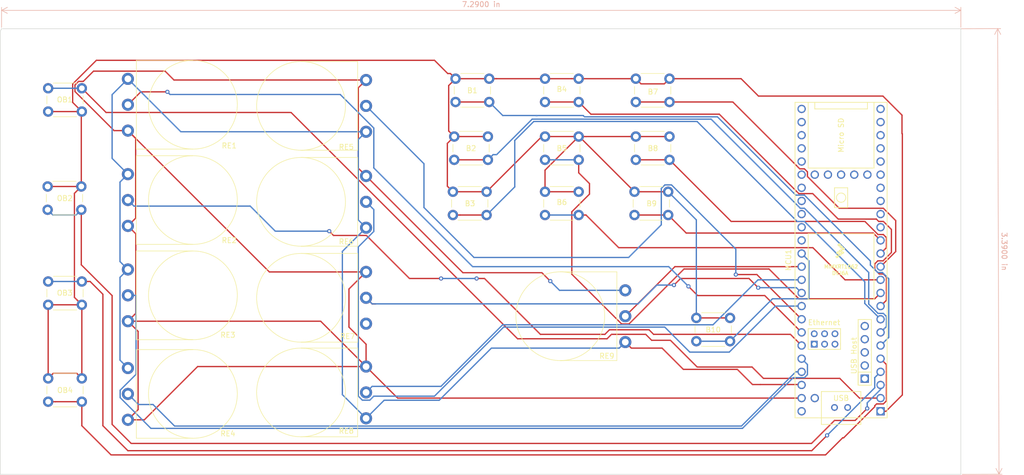
<source format=kicad_pcb>
(kicad_pcb (version 20171130) (host pcbnew "(5.1.4-0-10_14)")
  (title_block (title "Schwurbler - MVP") (date 2020-08-23) (rev 1.0) (company "Happy Shooting Community"))
  (layers (0 F.Cu signal) (31 B.Cu signal) (34 B.Paste user) (35 F.Paste user) (36 B.SilkS user) (37 F.SilkS user) (38 B.Mask user) (39 F.Mask user) (44 Edge.Cuts user))
  (net 0 "")
  (net 1 GND)
  (net 2 "Net-(B1-Pad2)")
  (net 3 "Net-(B2-Pad2)")
  (net 4 "Net-(B3-Pad2)")
  (net 5 "Net-(B4-Pad2)")
  (net 6 "Net-(B5-Pad2)")
  (net 7 "Net-(B6-Pad2)")
  (net 8 "Net-(B7-Pad2)")
  (net 9 "Net-(B8-Pad2)")
  (net 10 "Net-(B9-Pad2)")
  (net 11 "Net-(B10-Pad2)")
  (net 12 "Net-(MCU1-Pad5)")
  (net 13 "Net-(MCU1-Pad4)")
  (net 14 "Net-(MCU1-Pad3)")
  (net 15 "Net-(MCU1-Pad2)")
  (module the_mvp:themvplayout (layer F.Cu) (at 140.462 62.23)
    (fp_text reference G*** hide)
    (fp_text value LOGO hide)
  )
  (module Teensy:Teensy41 (layer F.Cu) (at 210.058 63.754 90)
    (fp_text reference MCU1 (at 0 -10.16 90) (layer F.SilkS))
    (fp_text value Teensy4.1)
    (fp_text user "USB Host" (at -18.4658 2.4892 90) (layer F.SilkS))
    (fp_text user Ethernet (at -12.065 -3.2766) (layer F.SilkS))
    (fp_text user USB (at -26.67 0 180) (layer F.SilkS))
    (fp_text user "Micro SD" (at 24.13 0 90) (layer F.SilkS))
    (fp_text user MIMXRT1062 (at -1.27 0 180) (layer F.SilkS) (effects (font (size 0.7 0.7))))
    (fp_text user DVJ6A (at -2.54 -0.18 180) (layer F.SilkS) (effects (font (size 0.7 0.7))))
    (pad 67 thru_hole circle (at -28.48 -1.27 90) (size 1.3 1.3) (drill 0.8) (layers *.Cu *.Mask))
    (pad 66 thru_hole circle (at -28.48 1.27 90) (size 1.3 1.3) (drill 0.8) (layers *.Cu *.Mask))
    (pad 54 thru_hole circle (at 16.51 -5.08 90) (size 1.6 1.6) (drill 1.1) (layers *.Cu *.Mask))
    (pad 53 thru_hole circle (at 16.51 -2.54 90) (size 1.6 1.6) (drill 1.1) (layers *.Cu *.Mask))
    (pad 52 thru_hole circle (at 16.51 0 90) (size 1.6 1.6) (drill 1.1) (layers *.Cu *.Mask))
    (pad 51 thru_hole circle (at 16.51 2.54 90) (size 1.6 1.6) (drill 1.1) (layers *.Cu *.Mask))
    (pad 50 thru_hole circle (at 16.51 5.08 90) (size 1.6 1.6) (drill 1.1) (layers *.Cu *.Mask))
    (pad 62 thru_hole circle (at -16.24 -1.1816 90) (size 1.3 1.3) (drill 0.8) (layers *.Cu *.Mask))
    (pad 63 thru_hole circle (at -14.24 -1.1816 90) (size 1.3 1.3) (drill 0.8) (layers *.Cu *.Mask))
    (pad 64 thru_hole circle (at -14.24 -3.1816 90) (size 1.3 1.3) (drill 0.8) (layers *.Cu *.Mask))
    (pad 61 thru_hole circle (at -16.24 -3.1816 90) (size 1.3 1.3) (drill 0.8) (layers *.Cu *.Mask))
    (pad 65 thru_hole circle (at -14.24 -5.1816 90) (size 1.3 1.3) (drill 0.8) (layers *.Cu *.Mask))
    (pad 60 thru_hole rect (at -16.24 -5.1816 90) (size 1.3 1.3) (drill 0.8) (layers *.Cu *.Mask))
    (pad 17 thru_hole circle (at 11.43 7.62 90) (size 1.6 1.6) (drill 1.1) (layers *.Cu *.Mask))
    (pad 18 thru_hole circle (at 13.97 7.62 90) (size 1.6 1.6) (drill 1.1) (layers *.Cu *.Mask))
    (pad 19 thru_hole circle (at 16.51 7.62 90) (size 1.6 1.6) (drill 1.1) (layers *.Cu *.Mask))
    (pad 20 thru_hole circle (at 19.05 7.62 90) (size 1.6 1.6) (drill 1.1) (layers *.Cu *.Mask))
    (pad 16 thru_hole circle (at 8.89 7.62 90) (size 1.6 1.6) (drill 1.1) (layers *.Cu *.Mask))
    (pad 15 thru_hole circle (at 6.35 7.62 90) (size 1.6 1.6) (drill 1.1) (layers *.Cu *.Mask))
    (pad 14 thru_hole circle (at 3.81 7.62 90) (size 1.6 1.6) (drill 1.1) (layers *.Cu *.Mask) (net 10 "Net-(B9-Pad2)"))
    (pad 21 thru_hole circle (at 21.59 7.62 90) (size 1.6 1.6) (drill 1.1) (layers *.Cu *.Mask))
    (pad 22 thru_hole circle (at 24.13 7.62 90) (size 1.6 1.6) (drill 1.1) (layers *.Cu *.Mask))
    (pad 23 thru_hole circle (at 26.67 7.62 90) (size 1.6 1.6) (drill 1.1) (layers *.Cu *.Mask))
    (pad 24 thru_hole circle (at 29.21 7.62 90) (size 1.6 1.6) (drill 1.1) (layers *.Cu *.Mask))
    (pad 25 thru_hole circle (at 29.21 -7.62 90) (size 1.6 1.6) (drill 1.1) (layers *.Cu *.Mask))
    (pad 26 thru_hole circle (at 26.67 -7.62 90) (size 1.6 1.6) (drill 1.1) (layers *.Cu *.Mask))
    (pad 27 thru_hole circle (at 24.13 -7.62 90) (size 1.6 1.6) (drill 1.1) (layers *.Cu *.Mask))
    (pad 28 thru_hole circle (at 21.59 -7.62 90) (size 1.6 1.6) (drill 1.1) (layers *.Cu *.Mask))
    (pad 29 thru_hole circle (at 19.05 -7.62 90) (size 1.6 1.6) (drill 1.1) (layers *.Cu *.Mask))
    (pad 30 thru_hole circle (at 16.51 -7.62 90) (size 1.6 1.6) (drill 1.1) (layers *.Cu *.Mask))
    (pad 31 thru_hole circle (at 13.97 -7.62 90) (size 1.6 1.6) (drill 1.1) (layers *.Cu *.Mask))
    (pad 32 thru_hole circle (at 11.43 -7.62 90) (size 1.6 1.6) (drill 1.1) (layers *.Cu *.Mask))
    (pad 33 thru_hole circle (at 8.89 -7.62 90) (size 1.6 1.6) (drill 1.1) (layers *.Cu *.Mask))
    (pad 34 thru_hole circle (at 6.35 -7.62 90) (size 1.6 1.6) (drill 1.1) (layers *.Cu *.Mask))
    (pad 13 thru_hole circle (at 1.27 7.62 90) (size 1.6 1.6) (drill 1.1) (layers *.Cu *.Mask) (net 9 "Net-(B8-Pad2)"))
    (pad 12 thru_hole circle (at -1.27 7.62 90) (size 1.6 1.6) (drill 1.1) (layers *.Cu *.Mask) (net 8 "Net-(B7-Pad2)"))
    (pad 11 thru_hole circle (at -3.81 7.62 90) (size 1.6 1.6) (drill 1.1) (layers *.Cu *.Mask) (net 7 "Net-(B6-Pad2)"))
    (pad 10 thru_hole circle (at -6.35 7.62 90) (size 1.6 1.6) (drill 1.1) (layers *.Cu *.Mask) (net 6 "Net-(B5-Pad2)"))
    (pad 9 thru_hole circle (at -8.89 7.62 90) (size 1.6 1.6) (drill 1.1) (layers *.Cu *.Mask) (net 5 "Net-(B4-Pad2)"))
    (pad 8 thru_hole circle (at -11.43 7.62 90) (size 1.6 1.6) (drill 1.1) (layers *.Cu *.Mask) (net 4 "Net-(B3-Pad2)"))
    (pad 7 thru_hole circle (at -13.97 7.62 90) (size 1.6 1.6) (drill 1.1) (layers *.Cu *.Mask) (net 3 "Net-(B2-Pad2)"))
    (pad 6 thru_hole circle (at -16.51 7.62 90) (size 1.6 1.6) (drill 1.1) (layers *.Cu *.Mask) (net 2 "Net-(B1-Pad2)"))
    (pad 5 thru_hole circle (at -19.05 7.62 90) (size 1.6 1.6) (drill 1.1) (layers *.Cu *.Mask) (net 12 "Net-(MCU1-Pad5)"))
    (pad P2 thru_hole circle (at -21.59 7.62 90) (size 1.6 1.6) (drill 1.1) (layers *.Cu *.Mask))
    (pad P1 thru_hole circle (at -24.13 7.62 90) (size 1.6 1.6) (drill 1.1) (layers *.Cu *.Mask))
    (pad 2 thru_hole circle (at -26.67 7.62 90) (size 1.6 1.6) (drill 1.1) (layers *.Cu *.Mask) (net 15 "Net-(MCU1-Pad2)"))
    (pad 1 thru_hole rect (at -29.21 7.62 90) (size 1.6 1.6) (drill 1.1) (layers *.Cu *.Mask) (net 1 GND))
    (pad 35 thru_hole circle (at 3.81 -7.62 90) (size 1.6 1.6) (drill 1.1) (layers *.Cu *.Mask))
    (pad 36 thru_hole circle (at 1.27 -7.62 90) (size 1.6 1.6) (drill 1.1) (layers *.Cu *.Mask) (net 11 "Net-(B10-Pad2)"))
    (pad 37 thru_hole circle (at -1.27 -7.62 90) (size 1.6 1.6) (drill 1.1) (layers *.Cu *.Mask))
    (pad 38 thru_hole circle (at -3.81 -7.62 90) (size 1.6 1.6) (drill 1.1) (layers *.Cu *.Mask))
    (pad 39 thru_hole circle (at -6.35 -7.62 90) (size 1.6 1.6) (drill 1.1) (layers *.Cu *.Mask))
    (pad 40 thru_hole circle (at -8.89 -7.62 90) (size 1.6 1.6) (drill 1.1) (layers *.Cu *.Mask))
    (pad 41 thru_hole circle (at -11.43 -7.62 90) (size 1.6 1.6) (drill 1.1) (layers *.Cu *.Mask))
    (pad 42 thru_hole circle (at -13.97 -7.62 90) (size 1.6 1.6) (drill 1.1) (layers *.Cu *.Mask))
    (pad 43 thru_hole circle (at -16.51 -7.62 90) (size 1.6 1.6) (drill 1.1) (layers *.Cu *.Mask))
    (pad 44 thru_hole circle (at -19.05 -7.62 90) (size 1.6 1.6) (drill 1.1) (layers *.Cu *.Mask))
    (pad 45 thru_hole circle (at -21.59 -7.62 90) (size 1.6 1.6) (drill 1.1) (layers *.Cu *.Mask))
    (pad 46 thru_hole circle (at -24.13 -7.62 90) (size 1.6 1.6) (drill 1.1) (layers *.Cu *.Mask))
    (pad 47 thru_hole circle (at -26.67 -7.62 90) (size 1.6 1.6) (drill 1.1) (layers *.Cu *.Mask))
    (pad 48 thru_hole circle (at -29.21 -7.62 90) (size 1.6 1.6) (drill 1.1) (layers *.Cu *.Mask))
    (pad 55 thru_hole rect (at -22.9108 4.5692 90) (size 1.6 1.6) (drill 1.1) (layers *.Cu *.Mask))
    (pad 56 thru_hole circle (at -20.3708 4.5692 90) (size 1.6 1.6) (drill 1.1) (layers *.Cu *.Mask))
    (pad 57 thru_hole circle (at -17.8308 4.5692 90) (size 1.6 1.6) (drill 1.1) (layers *.Cu *.Mask))
    (pad 58 thru_hole circle (at -15.2908 4.5692 90) (size 1.6 1.6) (drill 1.1) (layers *.Cu *.Mask))
    (pad 59 thru_hole circle (at -12.7508 4.5692 90) (size 1.6 1.6) (drill 1.1) (layers *.Cu *.Mask))
    (pad 49 thru_hole circle (at -26.67 -5.08 90) (size 1.6 1.6) (drill 1.1) (layers *.Cu *.Mask))
  )
  (module Button_Switch_THT:SW_PUSH_6mm_H5mm (layer F.Cu) (at 152.908 50.546)
    (fp_text reference B6 (at 3.25 2.032) (layer F.SilkS))
    (fp_text value "monumentary switch Buttons" hide)
    (pad 1 thru_hole circle (at 6.5 0 90) (size 2 2) (drill 1.1) (layers *.Cu *.Mask) (net 1 GND))
    (pad 2 thru_hole circle (at 6.5 4.5 90) (size 2 2) (drill 1.1) (layers *.Cu *.Mask) (net 7 "Net-(B6-Pad2)"))
    (pad 1 thru_hole circle (at 0 0 90) (size 2 2) (drill 1.1) (layers *.Cu *.Mask) (net 1 GND))
    (pad 2 thru_hole circle (at 0 4.5 90) (size 2 2) (drill 1.1) (layers *.Cu *.Mask) (net 7 "Net-(B6-Pad2)"))
  )
  (module Button_Switch_THT:SW_PUSH_6mm_H5mm (layer F.Cu) (at 152.908 39.878)
    (fp_text reference B5 (at 3.25 2.286) (layer F.SilkS))
    (fp_text value "monumentary switch Buttons" hide)
    (pad 1 thru_hole circle (at 6.5 0 90) (size 2 2) (drill 1.1) (layers *.Cu *.Mask) (net 1 GND))
    (pad 2 thru_hole circle (at 6.5 4.5 90) (size 2 2) (drill 1.1) (layers *.Cu *.Mask) (net 6 "Net-(B5-Pad2)"))
    (pad 1 thru_hole circle (at 0 0 90) (size 2 2) (drill 1.1) (layers *.Cu *.Mask) (net 1 GND))
    (pad 2 thru_hole circle (at 0 4.5 90) (size 2 2) (drill 1.1) (layers *.Cu *.Mask) (net 6 "Net-(B5-Pad2)"))
  )
  (module Button_Switch_THT:SW_PUSH_6mm_H5mm (layer F.Cu) (at 135.382 39.878)
    (fp_text reference B2 (at 3.25 2.286) (layer F.SilkS))
    (fp_text value "monumentary switch Buttons" hide)
    (pad 1 thru_hole circle (at 6.5 0 90) (size 2 2) (drill 1.1) (layers *.Cu *.Mask) (net 1 GND))
    (pad 2 thru_hole circle (at 6.5 4.5 90) (size 2 2) (drill 1.1) (layers *.Cu *.Mask) (net 3 "Net-(B2-Pad2)"))
    (pad 1 thru_hole circle (at 0 0 90) (size 2 2) (drill 1.1) (layers *.Cu *.Mask) (net 1 GND))
    (pad 2 thru_hole circle (at 0 4.5 90) (size 2 2) (drill 1.1) (layers *.Cu *.Mask) (net 3 "Net-(B2-Pad2)"))
  )
  (module Potentiometer_THT:Potentiometer_Omeg_PC16BU_Vertical (layer F.Cu) (at 168.402 69.596 180)
    (fp_text reference RE9 (at 3.556 -12.7) (layer F.SilkS))
    (fp_text value 10k)
    (pad 1 thru_hole circle (at 0 0 180) (size 2.34 2.34) (drill 1.3) (layers *.Cu *.Mask))
    (pad 2 thru_hole circle (at 0 -5 180) (size 2.34 2.34) (drill 1.3) (layers *.Cu *.Mask))
    (pad 3 thru_hole circle (at 0 -10 180) (size 2.34 2.34) (drill 1.3) (layers *.Cu *.Mask))
  )
  (module Potentiometer_THT:Potentiometer_Omeg_PC16BU_Vertical (layer F.Cu) (at 118.364 84.328 180)
    (fp_text reference RE8 (at 3.81 -12.446) (layer F.SilkS))
    (fp_text value 10k)
    (pad 1 thru_hole circle (at 0 0 180) (size 2.34 2.34) (drill 1.3) (layers *.Cu *.Mask))
    (pad 2 thru_hole circle (at 0 -5 180) (size 2.34 2.34) (drill 1.3) (layers *.Cu *.Mask))
    (pad 3 thru_hole circle (at 0 -10 180) (size 2.34 2.34) (drill 1.3) (layers *.Cu *.Mask))
  )
  (module Potentiometer_THT:Potentiometer_Omeg_PC16BU_Vertical (layer F.Cu) (at 118.364 66.04 180)
    (fp_text reference RE7 (at 3.556 -12.446) (layer F.SilkS))
    (fp_text value 10k)
    (pad 1 thru_hole circle (at 0 0 180) (size 2.34 2.34) (drill 1.3) (layers *.Cu *.Mask))
    (pad 2 thru_hole circle (at 0 -5 180) (size 2.34 2.34) (drill 1.3) (layers *.Cu *.Mask))
    (pad 3 thru_hole circle (at 0 -10 180) (size 2.34 2.34) (drill 1.3) (layers *.Cu *.Mask))
  )
  (module Potentiometer_THT:Potentiometer_Omeg_PC16BU_Vertical (layer F.Cu) (at 118.364 47.498 180)
    (fp_text reference RE6 (at 3.81 -12.7) (layer F.SilkS))
    (fp_text value 10k)
    (pad 1 thru_hole circle (at 0 0 180) (size 2.34 2.34) (drill 1.3) (layers *.Cu *.Mask))
    (pad 2 thru_hole circle (at 0 -5 180) (size 2.34 2.34) (drill 1.3) (layers *.Cu *.Mask))
    (pad 3 thru_hole circle (at 0 -10 180) (size 2.34 2.34) (drill 1.3) (layers *.Cu *.Mask))
  )
  (module Potentiometer_THT:Potentiometer_Omeg_PC16BU_Vertical (layer F.Cu) (at 118.364 28.956 180)
    (fp_text reference RE5 (at 3.81 -12.954) (layer F.SilkS))
    (fp_text value 10k)
    (pad 1 thru_hole circle (at 0 0 180) (size 2.34 2.34) (drill 1.3) (layers *.Cu *.Mask))
    (pad 2 thru_hole circle (at 0 -5 180) (size 2.34 2.34) (drill 1.3) (layers *.Cu *.Mask))
    (pad 3 thru_hole circle (at 0 -10 180) (size 2.34 2.34) (drill 1.3) (layers *.Cu *.Mask))
  )
  (module Potentiometer_THT:Potentiometer_Omeg_PC16BU_Vertical (layer F.Cu) (at 72.39 94.615)
    (fp_text reference RE4 (at 19.304 2.667) (layer F.SilkS))
    (fp_text value 10k)
    (pad 1 thru_hole circle (at 0 0) (size 2.34 2.34) (drill 1.3) (layers *.Cu *.Mask))
    (pad 2 thru_hole circle (at 0 -5) (size 2.34 2.34) (drill 1.3) (layers *.Cu *.Mask))
    (pad 3 thru_hole circle (at 0 -10) (size 2.34 2.34) (drill 1.3) (layers *.Cu *.Mask))
  )
  (module Potentiometer_THT:Potentiometer_Omeg_PC16BU_Vertical (layer F.Cu) (at 72.39 75.565)
    (fp_text reference RE3 (at 19.304 2.667) (layer F.SilkS))
    (fp_text value 10k)
    (pad 1 thru_hole circle (at 0 0) (size 2.34 2.34) (drill 1.3) (layers *.Cu *.Mask))
    (pad 2 thru_hole circle (at 0 -5) (size 2.34 2.34) (drill 1.3) (layers *.Cu *.Mask))
    (pad 3 thru_hole circle (at 0 -10) (size 2.34 2.34) (drill 1.3) (layers *.Cu *.Mask))
  )
  (module Potentiometer_THT:Potentiometer_Omeg_PC16BU_Vertical (layer F.Cu) (at 72.39 57.15)
    (fp_text reference RE2 (at 19.558 2.794) (layer F.SilkS))
    (fp_text value 10k)
    (pad 1 thru_hole circle (at 0 0) (size 2.34 2.34) (drill 1.3) (layers *.Cu *.Mask))
    (pad 2 thru_hole circle (at 0 -5) (size 2.34 2.34) (drill 1.3) (layers *.Cu *.Mask))
    (pad 3 thru_hole circle (at 0 -10) (size 2.34 2.34) (drill 1.3) (layers *.Cu *.Mask))
  )
  (module Potentiometer_THT:Potentiometer_Omeg_PC16BU_Vertical (layer F.Cu) (at 72.39 38.735)
    (fp_text reference RE1 (at 19.558 2.921) (layer F.SilkS))
    (fp_text value 10k)
    (pad 1 thru_hole circle (at 0 0) (size 2.34 2.34) (drill 1.3) (layers *.Cu *.Mask))
    (pad 2 thru_hole circle (at 0 -5) (size 2.34 2.34) (drill 1.3) (layers *.Cu *.Mask))
    (pad 3 thru_hole circle (at 0 -10) (size 2.34 2.34) (drill 1.3) (layers *.Cu *.Mask))
  )
  (module Button_Switch_THT:SW_PUSH_6mm_H5mm (layer F.Cu) (at 57 86.614)
    (fp_text reference OB4 (at 3.25 2.286) (layer F.SilkS))
    (fp_text value "monumentary switch Button" hide)
    (pad 1 thru_hole circle (at 6.5 0 90) (size 2 2) (drill 1.1) (layers *.Cu *.Mask) (net 1 GND))
    (pad 2 thru_hole circle (at 6.5 4.5 90) (size 2 2) (drill 1.1) (layers *.Cu *.Mask) (net 12 "Net-(MCU1-Pad5)"))
    (pad 1 thru_hole circle (at 0 0 90) (size 2 2) (drill 1.1) (layers *.Cu *.Mask) (net 1 GND))
    (pad 2 thru_hole circle (at 0 4.5 90) (size 2 2) (drill 1.1) (layers *.Cu *.Mask) (net 12 "Net-(MCU1-Pad5)"))
  )
  (module Button_Switch_THT:SW_PUSH_6mm_H5mm (layer F.Cu) (at 63.5 72.39 180)
    (fp_text reference OB3 (at 3.302 2.286) (layer F.SilkS))
    (fp_text value "monumentary switch Button" hide)
    (pad 1 thru_hole circle (at 6.5 0 270) (size 2 2) (drill 1.1) (layers *.Cu *.Mask) (net 1 GND))
    (pad 2 thru_hole circle (at 6.5 4.5 270) (size 2 2) (drill 1.1) (layers *.Cu *.Mask) (net 13 "Net-(MCU1-Pad4)"))
    (pad 1 thru_hole circle (at 0 0 270) (size 2 2) (drill 1.1) (layers *.Cu *.Mask) (net 1 GND))
    (pad 2 thru_hole circle (at 0 4.5 270) (size 2 2) (drill 1.1) (layers *.Cu *.Mask) (net 13 "Net-(MCU1-Pad4)"))
  )
  (module Button_Switch_THT:SW_PUSH_6mm_H5mm (layer F.Cu) (at 56.896 49.53)
    (fp_text reference OB2 (at 3.302 2.286) (layer F.SilkS))
    (fp_text value "monumentary switch Button" hide)
    (pad 1 thru_hole circle (at 6.5 0 90) (size 2 2) (drill 1.1) (layers *.Cu *.Mask) (net 1 GND))
    (pad 2 thru_hole circle (at 6.5 4.5 90) (size 2 2) (drill 1.1) (layers *.Cu *.Mask) (net 14 "Net-(MCU1-Pad3)"))
    (pad 1 thru_hole circle (at 0 0 90) (size 2 2) (drill 1.1) (layers *.Cu *.Mask) (net 1 GND))
    (pad 2 thru_hole circle (at 0 4.5 90) (size 2 2) (drill 1.1) (layers *.Cu *.Mask) (net 14 "Net-(MCU1-Pad3)"))
  )
  (module Button_Switch_THT:SW_PUSH_6mm_H5mm (layer F.Cu) (at 63.5 35.052 180)
    (fp_text reference OB1 (at 3.302 2.286) (layer F.SilkS))
    (fp_text value "optional monumentary switch Buttons" hide)
    (pad 1 thru_hole circle (at 6.5 0 270) (size 2 2) (drill 1.1) (layers *.Cu *.Mask) (net 1 GND))
    (pad 2 thru_hole circle (at 6.5 4.5 270) (size 2 2) (drill 1.1) (layers *.Cu *.Mask) (net 15 "Net-(MCU1-Pad2)"))
    (pad 1 thru_hole circle (at 0 0 270) (size 2 2) (drill 1.1) (layers *.Cu *.Mask) (net 1 GND))
    (pad 2 thru_hole circle (at 0 4.5 270) (size 2 2) (drill 1.1) (layers *.Cu *.Mask) (net 15 "Net-(MCU1-Pad2)"))
  )
  (module Button_Switch_THT:SW_PUSH_6mm_H5mm (layer F.Cu) (at 182.118 74.93)
    (fp_text reference B10 (at 3.25 2.286) (layer F.SilkS))
    (fp_text value "monumentary switch Buttons" hide)
    (pad 1 thru_hole circle (at 6.5 0 90) (size 2 2) (drill 1.1) (layers *.Cu *.Mask) (net 1 GND))
    (pad 2 thru_hole circle (at 6.5 4.5 90) (size 2 2) (drill 1.1) (layers *.Cu *.Mask) (net 11 "Net-(B10-Pad2)"))
    (pad 1 thru_hole circle (at 0 0 90) (size 2 2) (drill 1.1) (layers *.Cu *.Mask) (net 1 GND))
    (pad 2 thru_hole circle (at 0 4.5 90) (size 2 2) (drill 1.1) (layers *.Cu *.Mask) (net 11 "Net-(B10-Pad2)"))
  )
  (module Button_Switch_THT:SW_PUSH_6mm_H5mm (layer F.Cu) (at 170.18 50.546)
    (fp_text reference B9 (at 3.302 2.286) (layer F.SilkS))
    (fp_text value "monumentary switch Buttons" hide)
    (pad 1 thru_hole circle (at 6.5 0 90) (size 2 2) (drill 1.1) (layers *.Cu *.Mask) (net 1 GND))
    (pad 2 thru_hole circle (at 6.5 4.5 90) (size 2 2) (drill 1.1) (layers *.Cu *.Mask) (net 10 "Net-(B9-Pad2)"))
    (pad 1 thru_hole circle (at 0 0 90) (size 2 2) (drill 1.1) (layers *.Cu *.Mask) (net 1 GND))
    (pad 2 thru_hole circle (at 0 4.5 90) (size 2 2) (drill 1.1) (layers *.Cu *.Mask) (net 10 "Net-(B9-Pad2)"))
  )
  (module Button_Switch_THT:SW_PUSH_6mm_H5mm (layer F.Cu) (at 170.434 39.878)
    (fp_text reference B8 (at 3.302 2.286) (layer F.SilkS))
    (fp_text value "monumentary switch Buttons" hide)
    (pad 1 thru_hole circle (at 6.5 0 90) (size 2 2) (drill 1.1) (layers *.Cu *.Mask) (net 1 GND))
    (pad 2 thru_hole circle (at 6.5 4.5 90) (size 2 2) (drill 1.1) (layers *.Cu *.Mask) (net 9 "Net-(B8-Pad2)"))
    (pad 1 thru_hole circle (at 0 0 90) (size 2 2) (drill 1.1) (layers *.Cu *.Mask) (net 1 GND))
    (pad 2 thru_hole circle (at 0 4.5 90) (size 2 2) (drill 1.1) (layers *.Cu *.Mask) (net 9 "Net-(B8-Pad2)"))
  )
  (module Button_Switch_THT:SW_PUSH_6mm_H5mm (layer F.Cu) (at 170.434 28.702)
    (fp_text reference B7 (at 3.302 2.54) (layer F.SilkS))
    (fp_text value "monumentary switch Buttons" hide)
    (pad 1 thru_hole circle (at 6.5 0 90) (size 2 2) (drill 1.1) (layers *.Cu *.Mask) (net 1 GND))
    (pad 2 thru_hole circle (at 6.5 4.5 90) (size 2 2) (drill 1.1) (layers *.Cu *.Mask) (net 8 "Net-(B7-Pad2)"))
    (pad 1 thru_hole circle (at 0 0 90) (size 2 2) (drill 1.1) (layers *.Cu *.Mask) (net 1 GND))
    (pad 2 thru_hole circle (at 0 4.5 90) (size 2 2) (drill 1.1) (layers *.Cu *.Mask) (net 8 "Net-(B7-Pad2)"))
  )
  (module Button_Switch_THT:SW_PUSH_6mm_H5mm (layer F.Cu) (at 152.908 28.702)
    (fp_text reference B4 (at 3.25 2.032) (layer F.SilkS))
    (fp_text value "monumentary switch Buttons" hide)
    (pad 1 thru_hole circle (at 6.5 0 90) (size 2 2) (drill 1.1) (layers *.Cu *.Mask) (net 1 GND))
    (pad 2 thru_hole circle (at 6.5 4.5 90) (size 2 2) (drill 1.1) (layers *.Cu *.Mask) (net 5 "Net-(B4-Pad2)"))
    (pad 1 thru_hole circle (at 0 0 90) (size 2 2) (drill 1.1) (layers *.Cu *.Mask) (net 1 GND))
    (pad 2 thru_hole circle (at 0 4.5 90) (size 2 2) (drill 1.1) (layers *.Cu *.Mask) (net 5 "Net-(B4-Pad2)"))
  )
  (module Button_Switch_THT:SW_PUSH_6mm_H5mm (layer F.Cu) (at 135.128 50.546)
    (fp_text reference B3 (at 3.302 2.286) (layer F.SilkS))
    (fp_text value "monumentary switch Buttons" hide)
    (pad 1 thru_hole circle (at 6.5 0 90) (size 2 2) (drill 1.1) (layers *.Cu *.Mask) (net 1 GND))
    (pad 2 thru_hole circle (at 6.5 4.5 90) (size 2 2) (drill 1.1) (layers *.Cu *.Mask) (net 4 "Net-(B3-Pad2)"))
    (pad 1 thru_hole circle (at 0 0 90) (size 2 2) (drill 1.1) (layers *.Cu *.Mask) (net 1 GND))
    (pad 2 thru_hole circle (at 0 4.5 90) (size 2 2) (drill 1.1) (layers *.Cu *.Mask) (net 4 "Net-(B3-Pad2)"))
  )
  (module Button_Switch_THT:SW_PUSH_6mm_H5mm (layer F.Cu) (at 135.636 28.702)
    (fp_text reference B1 (at 3.25 2.286) (layer F.SilkS))
    (fp_text value "monumentary switch Buttons" hide)
    (pad 1 thru_hole circle (at 6.5 0 90) (size 2 2) (drill 1.1) (layers *.Cu *.Mask) (net 1 GND))
    (pad 2 thru_hole circle (at 6.5 4.5 90) (size 2 2) (drill 1.1) (layers *.Cu *.Mask) (net 2 "Net-(B1-Pad2)"))
    (pad 1 thru_hole circle (at 0 0 90) (size 2 2) (drill 1.1) (layers *.Cu *.Mask) (net 1 GND))
    (pad 2 thru_hole circle (at 0 4.5 90) (size 2 2) (drill 1.1) (layers *.Cu *.Mask) (net 2 "Net-(B1-Pad2)"))
  )
  (dimension 86.106375 (width 0.12) (layer B.SilkS) (gr_text "86,106 mm" (at 241.681681 62.078273 270.1690136) (layer B.SilkS) (effects (font (size 1 1) (thickness 0.15)))) (feature1 (pts (xy 233.426 105.156) (xy 241.125105 105.133289))) (feature2 (pts (xy 233.172 19.05) (xy 240.871105 19.027289))) (crossbar (pts (xy 240.284687 19.029019) (xy 240.538687 105.135019))) (arrow1a (pts (xy 240.538687 105.135019) (xy 239.948946 104.01025))) (arrow1b (pts (xy 240.538687 105.135019) (xy 241.121782 104.00679))) (arrow2a (pts (xy 240.284687 19.029019) (xy 239.701592 20.157248))) (arrow2b (pts (xy 240.284687 19.029019) (xy 240.874428 20.153788))))
  (dimension 185.166 (width 0.12) (layer B.SilkS) (gr_text "185,166 mm" (at 140.589 14.224) (layer B.SilkS) (effects (font (size 1 1) (thickness 0.15)))) (feature1 (pts (xy 233.172 18.796) (xy 233.172 14.907579))) (feature2 (pts (xy 48.006 18.796) (xy 48.006 14.907579))) (crossbar (pts (xy 48.006 15.494) (xy 233.172 15.494))) (arrow1a (pts (xy 233.172 15.494) (xy 232.045496 16.080421))) (arrow1b (pts (xy 233.172 15.494) (xy 232.045496 14.907579))) (arrow2a (pts (xy 48.006 15.494) (xy 49.132504 16.080421))) (arrow2b (pts (xy 48.006 15.494) (xy 49.132504 14.907579))))
  (gr_line (start 47.752 19.558) (end 48.006 19.05) (layer Edge.Cuts) (width 0.1))
  (gr_line (start 47.752 83.058) (end 47.752 19.558) (layer Edge.Cuts) (width 0.1))
  (gr_line (start 47.752 105.156) (end 47.752 83.058) (layer Edge.Cuts) (width 0.1))
  (gr_line (start 233.172 105.156) (end 47.752 105.156) (layer Edge.Cuts) (width 0.1))
  (gr_line (start 233.172 19.05) (end 233.172 105.156) (layer Edge.Cuts) (width 0.1))
  (gr_line (start 48.006 19.05) (end 233.172 19.05) (layer Edge.Cuts) (width 0.1))
  (segment (start 159.408 28.702) (end 170.434 28.702) (width 0.25) (layer F.Cu) (net 1))
  (segment (start 143.550213 28.702) (end 152.908 28.702) (width 0.25) (layer F.Cu) (net 1))
  (segment (start 142.136 28.702) (end 143.550213 28.702) (width 0.25) (layer F.Cu) (net 1))
  (segment (start 157.993787 28.702) (end 152.908 28.702) (width 0.25) (layer F.Cu) (net 1))
  (segment (start 159.408 28.702) (end 157.993787 28.702) (width 0.25) (layer F.Cu) (net 1))
  (segment (start 135.636 28.702) (end 142.136 28.702) (width 0.25) (layer F.Cu) (net 1))
  (segment (start 175.934001 29.701999) (end 176.934 28.702) (width 0.25) (layer F.Cu) (net 1))
  (segment (start 171.433999 29.701999) (end 175.934001 29.701999) (width 0.25) (layer F.Cu) (net 1))
  (segment (start 170.434 28.702) (end 171.433999 29.701999) (width 0.25) (layer F.Cu) (net 1))
  (segment (start 160.822213 39.878) (end 170.434 39.878) (width 0.25) (layer F.Cu) (net 1))
  (segment (start 159.408 39.878) (end 160.822213 39.878) (width 0.25) (layer F.Cu) (net 1))
  (segment (start 134.382001 38.878001) (end 135.382 39.878) (width 0.25) (layer F.Cu) (net 1))
  (segment (start 134.310999 38.806999) (end 134.382001 38.878001) (width 0.25) (layer F.Cu) (net 1))
  (segment (start 134.310999 30.027001) (end 134.310999 38.806999) (width 0.25) (layer F.Cu) (net 1))
  (segment (start 135.636 28.702) (end 134.310999 30.027001) (width 0.25) (layer F.Cu) (net 1))
  (segment (start 134.056999 49.474999) (end 134.128001 49.546001) (width 0.25) (layer F.Cu) (net 1))
  (segment (start 134.128001 49.546001) (end 135.128 50.546) (width 0.25) (layer F.Cu) (net 1))
  (segment (start 134.056999 41.203001) (end 134.056999 49.474999) (width 0.25) (layer F.Cu) (net 1))
  (segment (start 135.382 39.878) (end 134.056999 41.203001) (width 0.25) (layer F.Cu) (net 1))
  (segment (start 182.118 55.984) (end 176.68 50.546) (width 0.25) (layer B.Cu) (net 1))
  (segment (start 182.118 74.93) (end 182.118 55.984) (width 0.25) (layer B.Cu) (net 1))
  (segment (start 63.5 49.426) (end 63.396 49.53) (width 0.25) (layer F.Cu) (net 1))
  (segment (start 62.500001 71.390001) (end 63.5 72.39) (width 0.25) (layer F.Cu) (net 1))
  (segment (start 63.5 72.39) (end 57 72.39) (width 0.25) (layer F.Cu) (net 1))
  (segment (start 57 72.39) (end 57 86.614) (width 0.25) (layer F.Cu) (net 1))
  (segment (start 57.999999 85.614001) (end 57 86.614) (width 0.25) (layer F.Cu) (net 1))
  (segment (start 62.500001 85.614001) (end 57.999999 85.614001) (width 0.25) (layer F.Cu) (net 1))
  (segment (start 63.5 86.614) (end 62.500001 85.614001) (width 0.25) (layer F.Cu) (net 1))
  (segment (start 63.5 86.614) (end 63.5 72.39) (width 0.25) (layer F.Cu) (net 1))
  (segment (start 62.396001 50.529999) (end 63.396 49.53) (width 0.25) (layer F.Cu) (net 1))
  (segment (start 62.070999 70.960999) (end 62.070999 50.855001) (width 0.25) (layer F.Cu) (net 1))
  (segment (start 62.070999 50.855001) (end 62.396001 50.529999) (width 0.25) (layer F.Cu) (net 1))
  (segment (start 63.5 72.39) (end 62.070999 70.960999) (width 0.25) (layer F.Cu) (net 1))
  (segment (start 57 35.052) (end 63.5 35.052) (width 0.25) (layer F.Cu) (net 1))
  (segment (start 61.72499 33.27699) (end 61.72499 29.729598) (width 0.25) (layer F.Cu) (net 1))
  (segment (start 63.5 35.052) (end 61.72499 33.27699) (width 0.25) (layer F.Cu) (net 1))
  (segment (start 170.434 39.878) (end 176.934 39.878) (width 0.25) (layer F.Cu) (net 1))
  (segment (start 152.296 39.878) (end 152.908 39.878) (width 0.25) (layer F.Cu) (net 1))
  (segment (start 141.628 50.546) (end 152.296 39.878) (width 0.25) (layer F.Cu) (net 1))
  (segment (start 159.408 39.878) (end 152.908 39.878) (width 0.25) (layer F.Cu) (net 1))
  (segment (start 141.628 50.546) (end 135.128 50.546) (width 0.25) (layer F.Cu) (net 1))
  (segment (start 152.908 46.378) (end 152.908 50.546) (width 0.25) (layer F.Cu) (net 1))
  (segment (start 159.408 39.878) (end 152.908 46.378) (width 0.25) (layer F.Cu) (net 1))
  (segment (start 152.908 50.546) (end 159.408 50.546) (width 0.25) (layer F.Cu) (net 1))
  (segment (start 159.512 39.878) (end 159.408 39.878) (width 0.25) (layer F.Cu) (net 1))
  (segment (start 170.18 50.546) (end 159.512 39.878) (width 0.25) (layer F.Cu) (net 1))
  (segment (start 170.18 50.546) (end 176.68 50.546) (width 0.25) (layer F.Cu) (net 1))
  (segment (start 217.678 92.964) (end 218.728 92.964) (width 0.25) (layer F.Cu) (net 1))
  (segment (start 188.618 74.93) (end 182.118 74.93) (width 0.25) (layer F.Cu) (net 1))
  (segment (start 56.896 49.53) (end 63.396 49.53) (width 0.25) (layer F.Cu) (net 1))
  (segment (start 63.396 35.156) (end 63.5 35.052) (width 0.25) (layer F.Cu) (net 1))
  (segment (start 63.396 49.53) (end 63.396 35.156) (width 0.25) (layer F.Cu) (net 1))
  (segment (start 61.72499 29.729598) (end 66.301294 25.153294) (width 0.25) (layer F.Cu) (net 1))
  (segment (start 134.128001 27.702001) (end 131.579294 25.153294) (width 0.25) (layer F.Cu) (net 1))
  (segment (start 134.636001 27.702001) (end 134.128001 27.702001) (width 0.25) (layer F.Cu) (net 1))
  (segment (start 135.636 28.702) (end 134.636001 27.702001) (width 0.25) (layer F.Cu) (net 1))
  (segment (start 66.301294 25.153294) (end 131.579294 25.153294) (width 0.25) (layer F.Cu) (net 1))
  (segment (start 135.382 39.878) (end 141.882 39.878) (width 0.25) (layer F.Cu) (net 1))
  (segment (start 176.934 28.702) (end 190.754 28.702) (width 0.25) (layer F.Cu) (net 1))
  (segment (start 194.111089 32.059089) (end 218.130911 32.059089) (width 0.25) (layer F.Cu) (net 1))
  (segment (start 190.754 28.702) (end 194.111089 32.059089) (width 0.25) (layer F.Cu) (net 1))
  (segment (start 221.813911 35.742089) (end 221.813911 39.298089) (width 0.25) (layer F.Cu) (net 1))
  (segment (start 221.813911 35.742089) (end 218.130911 32.059089) (width 0.25) (layer F.Cu) (net 1))
  (segment (start 221.886 39.370178) (end 221.886 89.806) (width 0.25) (layer F.Cu) (net 1))
  (segment (start 221.813911 39.298089) (end 221.886 39.370178) (width 0.25) (layer F.Cu) (net 1))
  (segment (start 218.728 92.964) (end 221.886 89.806) (width 0.25) (layer F.Cu) (net 1))
  (segment (start 151.13 35.814) (end 151.384 35.814) (width 0.25) (layer B.Cu) (net 2))
  (segment (start 144.748 35.814) (end 142.136 33.202) (width 0.25) (layer B.Cu) (net 2))
  (segment (start 151.384 35.814) (end 144.748 35.814) (width 0.25) (layer B.Cu) (net 2))
  (segment (start 135.636 33.202) (end 142.136 33.202) (width 0.25) (layer F.Cu) (net 2))
  (segment (start 160.274 35.814) (end 151.384 35.814) (width 0.25) (layer B.Cu) (net 2))
  (segment (start 217.678 80.264) (end 219.253011 78.688989) (width 0.25) (layer B.Cu) (net 2))
  (segment (start 202.978001 51.198999) (end 201.312999 51.198999) (width 0.25) (layer B.Cu) (net 2))
  (segment (start 219.253011 67.361011) (end 218.041001 66.149001) (width 0.25) (layer B.Cu) (net 2))
  (segment (start 215.716501 64.727503) (end 215.716501 63.937499) (width 0.25) (layer B.Cu) (net 2))
  (segment (start 217.137999 66.149001) (end 215.716501 64.727503) (width 0.25) (layer B.Cu) (net 2))
  (segment (start 160.528 36.068) (end 160.274 35.814) (width 0.25) (layer B.Cu) (net 2))
  (segment (start 186.182 36.068) (end 160.528 36.068) (width 0.25) (layer B.Cu) (net 2))
  (segment (start 215.716501 63.937499) (end 202.978001 51.198999) (width 0.25) (layer B.Cu) (net 2))
  (segment (start 218.041001 66.149001) (end 217.137999 66.149001) (width 0.25) (layer B.Cu) (net 2))
  (segment (start 219.253011 78.688989) (end 219.253011 67.361011) (width 0.25) (layer B.Cu) (net 2))
  (segment (start 201.312999 51.198999) (end 186.182 36.068) (width 0.25) (layer B.Cu) (net 2))
  (segment (start 218.477999 76.924001) (end 217.678 77.724) (width 0.25) (layer F.Cu) (net 3))
  (segment (start 135.382 44.378) (end 141.882 44.378) (width 0.25) (layer F.Cu) (net 3))
  (segment (start 218.477999 76.924001) (end 217.678 77.724) (width 0.25) (layer B.Cu) (net 3))
  (segment (start 218.803001 76.598999) (end 218.477999 76.924001) (width 0.25) (layer B.Cu) (net 3))
  (segment (start 218.803001 74.643999) (end 218.803001 76.598999) (width 0.25) (layer B.Cu) (net 3))
  (segment (start 217.189409 74.058999) (end 218.218001 74.058999) (width 0.25) (layer B.Cu) (net 3))
  (segment (start 142.881999 43.378001) (end 143.565999 43.378001) (width 0.25) (layer B.Cu) (net 3))
  (segment (start 202.187997 53.738999) (end 202.978001 53.738999) (width 0.25) (layer B.Cu) (net 3))
  (segment (start 215.392 66.152998) (end 215.392 72.26159) (width 0.25) (layer B.Cu) (net 3))
  (segment (start 202.978001 53.738999) (end 215.392 66.152998) (width 0.25) (layer B.Cu) (net 3))
  (segment (start 150.42599 36.51801) (end 184.967008 36.51801) (width 0.25) (layer B.Cu) (net 3))
  (segment (start 184.967008 36.51801) (end 202.187997 53.738999) (width 0.25) (layer B.Cu) (net 3))
  (segment (start 215.392 72.26159) (end 217.189409 74.058999) (width 0.25) (layer B.Cu) (net 3))
  (segment (start 141.882 44.378) (end 142.881999 43.378001) (width 0.25) (layer B.Cu) (net 3))
  (segment (start 218.218001 74.058999) (end 218.803001 74.643999) (width 0.25) (layer B.Cu) (net 3))
  (segment (start 143.565999 43.378001) (end 150.42599 36.51801) (width 0.25) (layer B.Cu) (net 3))
  (segment (start 136.542213 55.046) (end 141.628 55.046) (width 0.25) (layer F.Cu) (net 4))
  (segment (start 135.128 55.046) (end 136.542213 55.046) (width 0.25) (layer F.Cu) (net 4))
  (segment (start 216.878001 74.384001) (end 217.678 75.184) (width 0.25) (layer B.Cu) (net 4))
  (segment (start 202.978001 56.278999) (end 214.63 67.930998) (width 0.25) (layer B.Cu) (net 4))
  (segment (start 214.63 72.136) (end 216.878001 74.384001) (width 0.25) (layer B.Cu) (net 4))
  (segment (start 201.566999 56.278999) (end 202.978001 56.278999) (width 0.25) (layer B.Cu) (net 4))
  (segment (start 182.25602 36.96802) (end 201.566999 56.278999) (width 0.25) (layer B.Cu) (net 4))
  (segment (start 150.73798 36.96802) (end 182.25602 36.96802) (width 0.25) (layer B.Cu) (net 4))
  (segment (start 214.63 67.930998) (end 214.63 72.136) (width 0.25) (layer B.Cu) (net 4))
  (segment (start 147.066 49.608) (end 147.066 40.64) (width 0.25) (layer B.Cu) (net 4))
  (segment (start 147.066 40.64) (end 150.73798 36.96802) (width 0.25) (layer B.Cu) (net 4))
  (segment (start 141.628 55.046) (end 147.066 49.608) (width 0.25) (layer B.Cu) (net 4))
  (segment (start 218.44 71.882) (end 217.678 72.644) (width 0.25) (layer F.Cu) (net 5))
  (segment (start 152.908 33.202) (end 159.408 33.202) (width 0.25) (layer F.Cu) (net 5))
  (segment (start 218.803001 71.518999) (end 217.678 72.644) (width 0.25) (layer F.Cu) (net 5))
  (segment (start 218.803001 67.023999) (end 218.803001 71.518999) (width 0.25) (layer F.Cu) (net 5))
  (segment (start 218.218001 66.438999) (end 218.803001 67.023999) (width 0.25) (layer F.Cu) (net 5))
  (segment (start 217.427997 66.438999) (end 218.218001 66.438999) (width 0.25) (layer F.Cu) (net 5))
  (segment (start 216.552999 65.564001) (end 217.427997 66.438999) (width 0.25) (layer F.Cu) (net 5))
  (segment (start 216.552999 64.483999) (end 216.552999 65.564001) (width 0.25) (layer F.Cu) (net 5))
  (segment (start 159.408 33.202) (end 161.766 35.56) (width 0.25) (layer F.Cu) (net 5))
  (segment (start 161.766 35.56) (end 186.548998 35.56) (width 0.25) (layer F.Cu) (net 5))
  (segment (start 186.548998 35.56) (end 201.897999 50.909001) (width 0.25) (layer F.Cu) (net 5))
  (segment (start 219.772795 62.292795) (end 218.166591 63.898999) (width 0.25) (layer F.Cu) (net 5))
  (segment (start 217.137999 63.898999) (end 216.552999 64.483999) (width 0.25) (layer F.Cu) (net 5))
  (segment (start 218.166591 63.898999) (end 217.137999 63.898999) (width 0.25) (layer F.Cu) (net 5))
  (segment (start 219.772795 57.833793) (end 219.772795 62.292795) (width 0.25) (layer F.Cu) (net 5))
  (segment (start 209.498989 55.828989) (end 216.864989 55.828989) (width 0.25) (layer F.Cu) (net 5))
  (segment (start 218.218001 56.278999) (end 219.772795 57.833793) (width 0.25) (layer F.Cu) (net 5))
  (segment (start 216.864989 55.828989) (end 217.314999 56.278999) (width 0.25) (layer F.Cu) (net 5))
  (segment (start 217.314999 56.278999) (end 218.218001 56.278999) (width 0.25) (layer F.Cu) (net 5))
  (segment (start 204.579001 50.909001) (end 209.498989 55.828989) (width 0.25) (layer F.Cu) (net 5))
  (segment (start 201.897999 50.909001) (end 204.579001 50.909001) (width 0.25) (layer F.Cu) (net 5))
  (segment (start 201.897999 71.229001) (end 216.552999 71.229001) (width 0.25) (layer F.Cu) (net 6))
  (segment (start 196.143008 65.47401) (end 201.897999 71.229001) (width 0.25) (layer F.Cu) (net 6))
  (segment (start 179.736592 65.47401) (end 196.143008 65.47401) (width 0.25) (layer F.Cu) (net 6))
  (segment (start 216.552999 71.229001) (end 216.878001 70.903999) (width 0.25) (layer F.Cu) (net 6))
  (segment (start 169.119601 76.091001) (end 179.736592 65.47401) (width 0.25) (layer F.Cu) (net 6))
  (segment (start 167.684399 76.091001) (end 169.119601 76.091001) (width 0.25) (layer F.Cu) (net 6))
  (segment (start 158.082999 66.489601) (end 167.684399 76.091001) (width 0.25) (layer F.Cu) (net 6))
  (segment (start 216.878001 70.903999) (end 217.678 70.104) (width 0.25) (layer F.Cu) (net 6))
  (segment (start 158.082999 54.409999) (end 158.082999 66.489601) (width 0.25) (layer F.Cu) (net 6))
  (segment (start 159.408 44.378) (end 159.408 46.886) (width 0.25) (layer F.Cu) (net 6))
  (segment (start 161.491499 48.969499) (end 161.491499 51.001499) (width 0.25) (layer F.Cu) (net 6))
  (segment (start 159.408 46.886) (end 161.491499 48.969499) (width 0.25) (layer F.Cu) (net 6))
  (segment (start 161.491499 51.001499) (end 158.082999 54.409999) (width 0.25) (layer F.Cu) (net 6))
  (segment (start 152.908 44.378) (end 159.408 44.378) (width 0.25) (layer B.Cu) (net 6))
  (segment (start 210.82 67.564) (end 217.678 67.564) (width 0.25) (layer F.Cu) (net 7))
  (segment (start 204.614999 61.358999) (end 210.82 67.564) (width 0.25) (layer F.Cu) (net 7))
  (segment (start 167.135212 61.358999) (end 204.614999 61.358999) (width 0.25) (layer F.Cu) (net 7))
  (segment (start 160.822213 55.046) (end 167.135212 61.358999) (width 0.25) (layer F.Cu) (net 7))
  (segment (start 159.408 55.046) (end 160.822213 55.046) (width 0.25) (layer F.Cu) (net 7))
  (segment (start 152.908 55.046) (end 159.408 55.046) (width 0.25) (layer B.Cu) (net 7))
  (segment (start 170.434 33.202) (end 176.934 33.202) (width 0.25) (layer F.Cu) (net 8))
  (segment (start 218.218001 53.738999) (end 220.599 56.119998) (width 0.25) (layer F.Cu) (net 8))
  (segment (start 209.694999 53.738999) (end 218.218001 53.738999) (width 0.25) (layer F.Cu) (net 8))
  (segment (start 220.599 62.103) (end 217.678 65.024) (width 0.25) (layer F.Cu) (net 8))
  (segment (start 203.563001 47.607001) (end 209.694999 53.738999) (width 0.25) (layer F.Cu) (net 8))
  (segment (start 202.074999 46.118999) (end 202.978001 46.118999) (width 0.25) (layer F.Cu) (net 8))
  (segment (start 202.978001 46.118999) (end 203.563001 46.703999) (width 0.25) (layer F.Cu) (net 8))
  (segment (start 189.158 33.202) (end 202.074999 46.118999) (width 0.25) (layer F.Cu) (net 8))
  (segment (start 220.599 56.119998) (end 220.599 62.103) (width 0.25) (layer F.Cu) (net 8))
  (segment (start 203.563001 46.703999) (end 203.563001 47.607001) (width 0.25) (layer F.Cu) (net 8))
  (segment (start 176.934 33.202) (end 189.158 33.202) (width 0.25) (layer F.Cu) (net 8))
  (segment (start 218.477999 61.684001) (end 217.678 62.484) (width 0.25) (layer F.Cu) (net 9))
  (segment (start 218.803001 61.358999) (end 218.477999 61.684001) (width 0.25) (layer F.Cu) (net 9))
  (segment (start 218.803001 59.403999) (end 218.803001 61.358999) (width 0.25) (layer F.Cu) (net 9))
  (segment (start 218.218001 58.818999) (end 218.803001 59.403999) (width 0.25) (layer F.Cu) (net 9))
  (segment (start 214.649409 56.278999) (end 217.189409 58.818999) (width 0.25) (layer F.Cu) (net 9))
  (segment (start 188.834999 56.278999) (end 214.649409 56.278999) (width 0.25) (layer F.Cu) (net 9))
  (segment (start 217.189409 58.818999) (end 218.218001 58.818999) (width 0.25) (layer F.Cu) (net 9))
  (segment (start 176.934 44.378) (end 188.834999 56.278999) (width 0.25) (layer F.Cu) (net 9))
  (segment (start 170.434 44.378) (end 176.934 44.378) (width 0.25) (layer F.Cu) (net 9))
  (segment (start 216.263001 58.529001) (end 216.878001 59.144001) (width 0.25) (layer F.Cu) (net 10))
  (segment (start 216.878001 59.144001) (end 217.678 59.944) (width 0.25) (layer F.Cu) (net 10))
  (segment (start 180.163001 58.529001) (end 216.263001 58.529001) (width 0.25) (layer F.Cu) (net 10))
  (segment (start 176.68 55.046) (end 180.163001 58.529001) (width 0.25) (layer F.Cu) (net 10))
  (segment (start 170.18 55.046) (end 176.68 55.046) (width 0.25) (layer F.Cu) (net 10))
  (segment (start 188.618 79.43) (end 196.818999 71.229001) (width 0.25) (layer B.Cu) (net 11))
  (segment (start 182.118 79.43) (end 188.618 79.43) (width 0.25) (layer B.Cu) (net 11))
  (segment (start 58.414213 91.114) (end 63.5 91.114) (width 0.25) (layer F.Cu) (net 12))
  (segment (start 57 91.114) (end 58.414213 91.114) (width 0.25) (layer F.Cu) (net 12))
  (segment (start 218.803001 83.929001) (end 217.678 82.804) (width 0.25) (layer F.Cu) (net 12))
  (segment (start 218.218001 91.549001) (end 218.803001 90.964001) (width 0.25) (layer F.Cu) (net 12))
  (segment (start 218.803001 90.964001) (end 218.803001 83.929001) (width 0.25) (layer F.Cu) (net 12))
  (segment (start 216.552999 91.903999) (end 216.907997 91.549001) (width 0.25) (layer F.Cu) (net 12))
  (segment (start 63.5 91.114) (end 63.5 95.758) (width 0.25) (layer F.Cu) (net 12))
  (segment (start 63.5 95.758) (end 69.138499 101.396499) (width 0.25) (layer F.Cu) (net 12))
  (segment (start 69.138499 101.396499) (end 207.060499 101.396499) (width 0.25) (layer F.Cu) (net 12))
  (segment (start 216.907997 91.549001) (end 218.218001 91.549001) (width 0.25) (layer F.Cu) (net 12))
  (segment (start 210.551499 98.094499) (end 216.552999 92.092999) (width 0.25) (layer F.Cu) (net 12))
  (segment (start 210.362499 98.094499) (end 210.551499 98.094499) (width 0.25) (layer F.Cu) (net 12))
  (segment (start 216.552999 92.092999) (end 216.552999 91.903999) (width 0.25) (layer F.Cu) (net 12))
  (segment (start 207.060499 101.396499) (end 210.362499 98.094499) (width 0.25) (layer F.Cu) (net 12))
  (segment (start 63.5 67.89) (end 65.096 67.89) (width 0.25) (layer F.Cu) (net 13))
  (segment (start 65.096 67.89) (end 67.564 70.358) (width 0.25) (layer F.Cu) (net 13))
  (segment (start 67.564 70.358) (end 67.564 95.758) (width 0.25) (layer F.Cu) (net 13))
  (via (at 207.3525 97.6245) (size 0.8) (drill 0.4) (layers F.Cu B.Cu) (net 13))
  (segment (start 216.878001 86.143999) (end 217.678 85.344) (width 0.25) (layer B.Cu) (net 13))
  (segment (start 216.552999 86.469001) (end 216.878001 86.143999) (width 0.25) (layer B.Cu) (net 13))
  (segment (start 216.552999 88.424001) (end 216.552999 86.469001) (width 0.25) (layer B.Cu) (net 13))
  (segment (start 207.3525 97.6245) (end 216.552999 88.424001) (width 0.25) (layer B.Cu) (net 13))
  (segment (start 57 67.89) (end 63.5 67.89) (width 0.25) (layer B.Cu) (net 13))
  (segment (start 204.393 100.584) (end 204.5585 100.4185) (width 0.25) (layer F.Cu) (net 13))
  (segment (start 72.39 100.584) (end 204.393 100.584) (width 0.25) (layer F.Cu) (net 13))
  (segment (start 204.5585 100.4185) (end 207.3525 97.6245) (width 0.25) (layer F.Cu) (net 13))
  (segment (start 67.564 95.758) (end 72.39 100.584) (width 0.25) (layer F.Cu) (net 13))
  (segment (start 63.396 54.03) (end 63.396 64.666) (width 0.25) (layer F.Cu) (net 14))
  (segment (start 63.396 64.666) (end 69.342 70.612) (width 0.25) (layer F.Cu) (net 14))
  (segment (start 69.342 70.612) (end 69.342 95.504) (width 0.25) (layer F.Cu) (net 14))
  (segment (start 212.775 94.742) (end 215.0995 92.4175) (width 0.25) (layer F.Cu) (net 14))
  (segment (start 208.788 94.742) (end 212.775 94.742) (width 0.25) (layer F.Cu) (net 14))
  (segment (start 215.138 92.379) (end 215.138 92.202) (width 0.25) (layer F.Cu) (net 14))
  (segment (start 215.0995 92.4175) (end 215.138 92.379) (width 0.25) (layer F.Cu) (net 14))
  (via (at 215.0995 92.4175) (size 0.8) (drill 0.4) (layers F.Cu B.Cu) (net 14))
  (segment (start 217.678 88.758998) (end 217.678 87.884) (width 0.25) (layer B.Cu) (net 14))
  (segment (start 215.0995 91.337498) (end 217.678 88.758998) (width 0.25) (layer B.Cu) (net 14))
  (segment (start 215.0995 92.4175) (end 215.0995 91.337498) (width 0.25) (layer B.Cu) (net 14))
  (segment (start 62.396001 55.029999) (end 63.396 54.03) (width 0.25) (layer B.Cu) (net 14))
  (segment (start 57.895999 55.029999) (end 62.396001 55.029999) (width 0.25) (layer B.Cu) (net 14))
  (segment (start 56.896 54.03) (end 57.895999 55.029999) (width 0.25) (layer B.Cu) (net 14))
  (segment (start 204.343 99.187) (end 73.025 99.187) (width 0.25) (layer F.Cu) (net 14))
  (segment (start 69.342 95.504) (end 73.025 99.187) (width 0.25) (layer F.Cu) (net 14))
  (segment (start 204.343 99.187) (end 208.788 94.742) (width 0.25) (layer F.Cu) (net 14))
  (segment (start 213.614 90.424) (end 217.678 90.424) (width 0.25) (layer F.Cu) (net 15))
  (segment (start 209.804 86.614) (end 213.614 90.424) (width 0.25) (layer F.Cu) (net 15))
  (segment (start 195.072 86.614) (end 209.804 86.614) (width 0.25) (layer F.Cu) (net 15))
  (segment (start 192.876301 84.418301) (end 195.072 86.614) (width 0.25) (layer F.Cu) (net 15))
  (segment (start 68.178001 35.230001) (end 103.883399 35.230001) (width 0.25) (layer F.Cu) (net 15))
  (segment (start 63.5 30.552) (end 68.178001 35.230001) (width 0.25) (layer F.Cu) (net 15))
  (segment (start 147.610699 78.957301) (end 164.882699 78.957301) (width 0.25) (layer F.Cu) (net 15))
  (segment (start 103.883399 35.230001) (end 147.610699 78.957301) (width 0.25) (layer F.Cu) (net 15))
  (segment (start 165.739001 78.100999) (end 172.343001 78.100999) (width 0.25) (layer F.Cu) (net 15))
  (segment (start 164.882699 78.957301) (end 165.739001 78.100999) (width 0.25) (layer F.Cu) (net 15))
  (segment (start 172.343001 78.100999) (end 173.490002 79.248) (width 0.25) (layer F.Cu) (net 15))
  (segment (start 177.111398 79.248) (end 182.281699 84.418301) (width 0.25) (layer F.Cu) (net 15))
  (segment (start 173.490002 79.248) (end 177.111398 79.248) (width 0.25) (layer F.Cu) (net 15))
  (segment (start 182.281699 84.418301) (end 192.876301 84.418301) (width 0.25) (layer F.Cu) (net 15))
  (segment (start 57 30.552) (end 63.5 30.552) (width 0.25) (layer B.Cu) (net 15))
  (segment (start 177.974 65.024) (end 202.438 65.024) (width 0.25) (layer F.Cu) (net 0))
  (segment (start 168.402 74.596) (end 177.974 65.024) (width 0.25) (layer F.Cu) (net 0))
  (segment (start 119.533999 88.158001) (end 132.821999 88.158001) (width 0.25) (layer B.Cu) (net 0))
  (segment (start 118.364 89.328) (end 119.533999 88.158001) (width 0.25) (layer B.Cu) (net 0))
  (segment (start 194.022998 67.564) (end 201.30663 67.564) (width 0.25) (layer B.Cu) (net 0))
  (segment (start 185.331997 76.255001) (end 194.022998 67.564) (width 0.25) (layer B.Cu) (net 0))
  (segment (start 201.30663 67.564) (end 202.438 67.564) (width 0.25) (layer B.Cu) (net 0))
  (segment (start 144.724999 76.255001) (end 185.331997 76.255001) (width 0.25) (layer B.Cu) (net 0))
  (segment (start 132.821999 88.158001) (end 144.724999 76.255001) (width 0.25) (layer B.Cu) (net 0))
  (segment (start 119.533999 72.209999) (end 170.868001 72.209999) (width 0.25) (layer B.Cu) (net 0))
  (segment (start 118.364 71.04) (end 119.533999 72.209999) (width 0.25) (layer B.Cu) (net 0))
  (segment (start 170.868001 72.209999) (end 174.498 68.58) (width 0.25) (layer B.Cu) (net 0))
  (segment (start 174.498 68.58) (end 177.8 68.58) (width 0.25) (layer B.Cu) (net 0))
  (segment (start 177.8 68.58) (end 177.8 68.58) (width 0.25) (layer B.Cu) (net 0))
  (via (at 177.8 68.58) (size 0.8) (drill 0.4) (layers F.Cu B.Cu) (net 0))
  (segment (start 177.8 68.58) (end 179.07 67.31) (width 0.25) (layer F.Cu) (net 0))
  (segment (start 179.07 67.31) (end 192.278 67.31) (width 0.25) (layer F.Cu) (net 0))
  (segment (start 192.278 67.31) (end 194.056 69.088) (width 0.25) (layer F.Cu) (net 0))
  (segment (start 194.056 69.088) (end 194.056 69.088) (width 0.25) (layer F.Cu) (net 0))
  (via (at 194.056 69.088) (size 0.8) (drill 0.4) (layers F.Cu B.Cu) (net 0))
  (segment (start 201.422 69.088) (end 202.438 70.104) (width 0.25) (layer B.Cu) (net 0))
  (segment (start 194.056 69.088) (end 201.422 69.088) (width 0.25) (layer B.Cu) (net 0))
  (segment (start 119.533999 72.209999) (end 118.364 71.04) (width 0.25) (layer F.Cu) (net 0))
  (segment (start 120.215999 72.209999) (end 119.533999 72.209999) (width 0.25) (layer F.Cu) (net 0))
  (segment (start 119.859001 53.993001) (end 119.533999 53.667999) (width 0.25) (layer B.Cu) (net 0))
  (segment (start 119.533999 53.667999) (end 118.364 52.498) (width 0.25) (layer B.Cu) (net 0))
  (segment (start 119.859001 58.215601) (end 119.859001 53.993001) (width 0.25) (layer B.Cu) (net 0))
  (segment (start 116.868999 90.045601) (end 116.868999 61.205603) (width 0.25) (layer B.Cu) (net 0))
  (segment (start 116.868999 61.205603) (end 119.859001 58.215601) (width 0.25) (layer B.Cu) (net 0))
  (segment (start 119.081601 90.823001) (end 117.646399 90.823001) (width 0.25) (layer B.Cu) (net 0))
  (segment (start 119.859001 90.045601) (end 119.081601 90.823001) (width 0.25) (layer B.Cu) (net 0))
  (segment (start 131.570809 90.045601) (end 119.859001 90.045601) (width 0.25) (layer B.Cu) (net 0))
  (segment (start 144.911399 76.705011) (end 131.570809 90.045601) (width 0.25) (layer B.Cu) (net 0))
  (segment (start 176.019011 76.705011) (end 144.911399 76.705011) (width 0.25) (layer B.Cu) (net 0))
  (segment (start 117.646399 90.823001) (end 116.868999 90.045601) (width 0.25) (layer B.Cu) (net 0))
  (segment (start 188.475002 81.534) (end 180.848 81.534) (width 0.25) (layer B.Cu) (net 0))
  (segment (start 180.848 81.534) (end 176.019011 76.705011) (width 0.25) (layer B.Cu) (net 0))
  (segment (start 197.365002 72.644) (end 188.475002 81.534) (width 0.25) (layer B.Cu) (net 0))
  (segment (start 202.438 72.644) (end 197.365002 72.644) (width 0.25) (layer B.Cu) (net 0))
  (segment (start 129.54 45.132) (end 129.54 53.594) (width 0.25) (layer B.Cu) (net 0))
  (segment (start 118.364 33.956) (end 129.54 45.132) (width 0.25) (layer B.Cu) (net 0))
  (segment (start 129.54 53.594) (end 139.192 63.246) (width 0.25) (layer B.Cu) (net 0))
  (segment (start 176.043999 49.220999) (end 177.316001 49.220999) (width 0.25) (layer B.Cu) (net 0))
  (segment (start 177.316001 49.220999) (end 189.738 61.642998) (width 0.25) (layer B.Cu) (net 0))
  (segment (start 175.354999 56.933009) (end 175.354999 49.909999) (width 0.25) (layer B.Cu) (net 0))
  (segment (start 175.354999 49.909999) (end 176.043999 49.220999) (width 0.25) (layer B.Cu) (net 0))
  (segment (start 169.042008 63.246) (end 175.354999 56.933009) (width 0.25) (layer B.Cu) (net 0))
  (segment (start 139.192 63.246) (end 169.042008 63.246) (width 0.25) (layer B.Cu) (net 0))
  (segment (start 189.738 61.642998) (end 189.738 66.294) (width 0.25) (layer B.Cu) (net 0))
  (segment (start 189.738 66.294) (end 189.738 66.548) (width 0.25) (layer B.Cu) (net 0))
  (segment (start 189.738 66.548) (end 189.738 66.548) (width 0.25) (layer B.Cu) (net 0))
  (via (at 189.738 66.548) (size 0.8) (drill 0.4) (layers F.Cu B.Cu) (net 0))
  (segment (start 193.802 66.548) (end 202.438 75.184) (width 0.25) (layer F.Cu) (net 0))
  (segment (start 189.738 66.548) (end 193.802 66.548) (width 0.25) (layer F.Cu) (net 0))
  (segment (start 202.438 77.724) (end 195.326 70.612) (width 0.25) (layer F.Cu) (net 0))
  (segment (start 195.326 70.612) (end 182.372 70.612) (width 0.25) (layer F.Cu) (net 0))
  (segment (start 182.372 70.612) (end 180.594 68.834) (width 0.25) (layer F.Cu) (net 0))
  (segment (start 180.594 68.834) (end 180.34 68.834) (width 0.25) (layer F.Cu) (net 0))
  (segment (start 180.594 68.834) (end 180.594 68.834) (width 0.25) (layer F.Cu) (net 0))
  (via (at 180.594 68.834) (size 0.8) (drill 0.4) (layers F.Cu B.Cu) (net 0))
  (segment (start 176.784 65.024) (end 138.938 65.024) (width 0.25) (layer B.Cu) (net 0))
  (segment (start 180.594 68.834) (end 176.784 65.024) (width 0.25) (layer B.Cu) (net 0))
  (segment (start 119.859001 38.238399) (end 113.370602 31.75) (width 0.25) (layer B.Cu) (net 0))
  (segment (start 119.859001 45.945001) (end 119.859001 38.238399) (width 0.25) (layer B.Cu) (net 0))
  (segment (start 138.938 65.024) (end 119.859001 45.945001) (width 0.25) (layer B.Cu) (net 0))
  (segment (start 113.370602 31.75) (end 80.518 31.75) (width 0.25) (layer B.Cu) (net 0))
  (segment (start 80.518 31.75) (end 80.01 31.242) (width 0.25) (layer B.Cu) (net 0))
  (segment (start 80.01 31.242) (end 80.01 31.242) (width 0.25) (layer B.Cu) (net 0))
  (via (at 80.01 31.242) (size 0.8) (drill 0.4) (layers F.Cu B.Cu) (net 0))
  (segment (start 74.883 31.242) (end 72.39 33.735) (width 0.25) (layer F.Cu) (net 0))
  (segment (start 80.01 31.242) (end 74.883 31.242) (width 0.25) (layer F.Cu) (net 0))
  (segment (start 111.252 58.166) (end 111.252 58.166) (width 0.25) (layer B.Cu) (net 0))
  (via (at 111.252 58.166) (size 0.8) (drill 0.4) (layers F.Cu B.Cu) (net 0))
  (segment (start 112.079001 58.993001) (end 118.429001 58.993001) (width 0.25) (layer F.Cu) (net 0))
  (segment (start 111.252 58.166) (end 112.079001 58.993001) (width 0.25) (layer F.Cu) (net 0))
  (segment (start 118.429001 58.993001) (end 126.746 67.31) (width 0.25) (layer F.Cu) (net 0))
  (segment (start 126.746 67.31) (end 132.842 67.31) (width 0.25) (layer F.Cu) (net 0))
  (segment (start 132.842 67.31) (end 132.842 67.31) (width 0.25) (layer F.Cu) (net 0))
  (via (at 132.842 67.31) (size 0.8) (drill 0.4) (layers F.Cu B.Cu) (net 0))
  (segment (start 139.7 67.31) (end 139.7 67.31) (width 0.25) (layer F.Cu) (net 0))
  (via (at 139.7 67.31) (size 0.8) (drill 0.4) (layers F.Cu B.Cu) (net 0))
  (segment (start 132.842 67.31) (end 139.7 67.31) (width 0.25) (layer B.Cu) (net 0))
  (segment (start 73.559999 53.319999) (end 72.39 52.15) (width 0.25) (layer B.Cu) (net 0))
  (segment (start 95.991999 53.319999) (end 73.559999 53.319999) (width 0.25) (layer B.Cu) (net 0))
  (segment (start 100.838 58.166) (end 95.991999 53.319999) (width 0.25) (layer B.Cu) (net 0))
  (segment (start 111.252 58.166) (end 100.838 58.166) (width 0.25) (layer B.Cu) (net 0))
  (segment (start 200.274999 78.100999) (end 202.438 80.264) (width 0.25) (layer F.Cu) (net 0))
  (segment (start 173.867001 78.100999) (end 200.274999 78.100999) (width 0.25) (layer F.Cu) (net 0))
  (segment (start 164.469001 78.100999) (end 165.354 77.216) (width 0.25) (layer F.Cu) (net 0))
  (segment (start 172.982002 77.216) (end 173.867001 78.100999) (width 0.25) (layer F.Cu) (net 0))
  (segment (start 165.354 77.216) (end 172.982002 77.216) (width 0.25) (layer F.Cu) (net 0))
  (segment (start 141.224 67.31) (end 152.014999 78.100999) (width 0.25) (layer F.Cu) (net 0))
  (segment (start 152.014999 78.100999) (end 164.469001 78.100999) (width 0.25) (layer F.Cu) (net 0))
  (segment (start 139.7 67.31) (end 141.224 67.31) (width 0.25) (layer F.Cu) (net 0))
  (segment (start 203.563001 85.884001) (end 203.563001 83.929001) (width 0.25) (layer B.Cu) (net 0))
  (segment (start 202.978001 86.469001) (end 203.563001 85.884001) (width 0.25) (layer B.Cu) (net 0))
  (segment (start 203.563001 83.929001) (end 202.438 82.804) (width 0.25) (layer B.Cu) (net 0))
  (segment (start 191.01403 96.27301) (end 200.818039 86.469001) (width 0.25) (layer B.Cu) (net 0))
  (segment (start 70.894999 90.332601) (end 76.835408 96.27301) (width 0.25) (layer B.Cu) (net 0))
  (segment (start 70.894999 88.897399) (end 70.894999 90.332601) (width 0.25) (layer B.Cu) (net 0))
  (segment (start 73.961 85.831398) (end 70.894999 88.897399) (width 0.25) (layer B.Cu) (net 0))
  (segment (start 200.818039 86.469001) (end 202.978001 86.469001) (width 0.25) (layer B.Cu) (net 0))
  (segment (start 73.961 70.565) (end 73.961 85.831398) (width 0.25) (layer B.Cu) (net 0))
  (segment (start 76.835408 96.27301) (end 191.01403 96.27301) (width 0.25) (layer B.Cu) (net 0))
  (segment (start 72.39 70.565) (end 73.961 70.565) (width 0.25) (layer B.Cu) (net 0))
  (segment (start 74.440001 91.665001) (end 72.39 89.615) (width 0.25) (layer B.Cu) (net 0))
  (segment (start 77.244999 91.665001) (end 74.440001 91.665001) (width 0.25) (layer B.Cu) (net 0))
  (segment (start 81.402999 95.823001) (end 77.244999 91.665001) (width 0.25) (layer B.Cu) (net 0))
  (segment (start 202.438 85.344) (end 201.30663 85.344) (width 0.25) (layer B.Cu) (net 0))
  (segment (start 190.827629 95.823001) (end 81.402999 95.823001) (width 0.25) (layer B.Cu) (net 0))
  (segment (start 201.30663 85.344) (end 190.827629 95.823001) (width 0.25) (layer B.Cu) (net 0))
  (segment (start 168.402 79.596) (end 167.232001 80.765999) (width 0.25) (layer B.Cu) (net 0))
  (segment (start 121.860001 90.831999) (end 118.364 94.328) (width 0.25) (layer B.Cu) (net 0))
  (segment (start 117.194001 58.667999) (end 118.364 57.498) (width 0.25) (layer B.Cu) (net 0))
  (segment (start 113.792 62.07) (end 117.194001 58.667999) (width 0.25) (layer B.Cu) (net 0))
  (segment (start 113.792 89.756) (end 113.792 62.07) (width 0.25) (layer B.Cu) (net 0))
  (segment (start 118.364 94.328) (end 113.792 89.756) (width 0.25) (layer B.Cu) (net 0))
  (segment (start 117.194001 40.125999) (end 118.364 38.956) (width 0.25) (layer B.Cu) (net 0))
  (segment (start 116.868999 40.451001) (end 117.194001 40.125999) (width 0.25) (layer B.Cu) (net 0))
  (segment (start 116.868999 56.002999) (end 116.868999 40.451001) (width 0.25) (layer B.Cu) (net 0))
  (segment (start 118.364 57.498) (end 116.868999 56.002999) (width 0.25) (layer B.Cu) (net 0))
  (segment (start 82.611 38.956) (end 72.39 28.735) (width 0.25) (layer B.Cu) (net 0))
  (segment (start 118.364 38.956) (end 82.611 38.956) (width 0.25) (layer B.Cu) (net 0))
  (segment (start 71.220001 29.904999) (end 72.39 28.735) (width 0.25) (layer B.Cu) (net 0))
  (segment (start 69.342 31.783) (end 71.220001 29.904999) (width 0.25) (layer B.Cu) (net 0))
  (segment (start 69.342 44.102) (end 69.342 31.783) (width 0.25) (layer B.Cu) (net 0))
  (segment (start 72.39 47.15) (end 69.342 44.102) (width 0.25) (layer B.Cu) (net 0))
  (segment (start 71.220001 64.395001) (end 72.39 65.565) (width 0.25) (layer B.Cu) (net 0))
  (segment (start 70.866 48.674) (end 70.866 64.041) (width 0.25) (layer B.Cu) (net 0))
  (segment (start 70.866 64.041) (end 71.220001 64.395001) (width 0.25) (layer B.Cu) (net 0))
  (segment (start 72.39 47.15) (end 70.866 48.674) (width 0.25) (layer B.Cu) (net 0))
  (segment (start 70.866 67.089) (end 70.866 83.091) (width 0.25) (layer B.Cu) (net 0))
  (segment (start 71.220001 83.445001) (end 72.39 84.615) (width 0.25) (layer B.Cu) (net 0))
  (segment (start 70.866 83.091) (end 71.220001 83.445001) (width 0.25) (layer B.Cu) (net 0))
  (segment (start 72.39 65.565) (end 70.866 67.089) (width 0.25) (layer B.Cu) (net 0))
  (segment (start 202.358 87.804) (end 202.438 87.884) (width 0.25) (layer F.Cu) (net 0))
  (segment (start 194.484 87.804) (end 202.358 87.804) (width 0.25) (layer F.Cu) (net 0))
  (segment (start 192.96 87.804) (end 194.484 87.804) (width 0.25) (layer F.Cu) (net 0))
  (segment (start 179.610311 84.868311) (end 190.024311 84.868311) (width 0.25) (layer F.Cu) (net 0))
  (segment (start 175.507999 80.765999) (end 179.610311 84.868311) (width 0.25) (layer F.Cu) (net 0))
  (segment (start 169.571999 80.765999) (end 175.507999 80.765999) (width 0.25) (layer F.Cu) (net 0))
  (segment (start 190.024311 84.868311) (end 192.96 87.804) (width 0.25) (layer F.Cu) (net 0))
  (segment (start 168.402 79.596) (end 169.571999 80.765999) (width 0.25) (layer F.Cu) (net 0))
  (segment (start 142.553999 80.765999) (end 132.487999 90.831999) (width 0.25) (layer B.Cu) (net 0))
  (segment (start 167.232001 80.765999) (end 142.553999 80.765999) (width 0.25) (layer B.Cu) (net 0))
  (segment (start 132.487999 90.831999) (end 121.860001 90.831999) (width 0.25) (layer B.Cu) (net 0))
  (segment (start 62.174999 29.915999) (end 62.863999 29.226999) (width 0.25) (layer F.Cu) (net 0))
  (segment (start 62.174999 31.188001) (end 62.174999 29.915999) (width 0.25) (layer F.Cu) (net 0))
  (segment (start 69.721998 38.735) (end 62.174999 31.188001) (width 0.25) (layer F.Cu) (net 0))
  (segment (start 72.39 38.735) (end 69.721998 38.735) (width 0.25) (layer F.Cu) (net 0))
  (segment (start 99.695 66.04) (end 118.364 66.04) (width 0.25) (layer F.Cu) (net 0))
  (segment (start 72.39 38.735) (end 99.695 66.04) (width 0.25) (layer F.Cu) (net 0))
  (segment (start 73.885001 55.654999) (end 73.559999 55.980001) (width 0.25) (layer F.Cu) (net 0))
  (segment (start 73.885001 40.230001) (end 73.885001 55.654999) (width 0.25) (layer F.Cu) (net 0))
  (segment (start 73.559999 55.980001) (end 72.39 57.15) (width 0.25) (layer F.Cu) (net 0))
  (segment (start 72.39 38.735) (end 73.885001 40.230001) (width 0.25) (layer F.Cu) (net 0))
  (segment (start 109.601 75.565) (end 118.364 84.328) (width 0.25) (layer F.Cu) (net 0))
  (segment (start 72.39 75.565) (end 109.601 75.565) (width 0.25) (layer F.Cu) (net 0))
  (segment (start 124.46 90.424) (end 202.438 90.424) (width 0.25) (layer F.Cu) (net 0))
  (segment (start 118.364 84.328) (end 124.46 90.424) (width 0.25) (layer F.Cu) (net 0))
  (segment (start 137.058989 66.192989) (end 152.298989 66.192989) (width 0.25) (layer F.Cu) (net 0))
  (segment (start 118.364 47.498) (end 137.058989 66.192989) (width 0.25) (layer F.Cu) (net 0))
  (segment (start 152.298989 66.192989) (end 153.924 67.818) (width 0.25) (layer F.Cu) (net 0))
  (segment (start 153.924 67.818) (end 153.924 67.818) (width 0.25) (layer F.Cu) (net 0))
  (via (at 153.924 67.818) (size 0.8) (drill 0.4) (layers F.Cu B.Cu) (net 0))
  (segment (start 155.702 69.596) (end 168.402 69.596) (width 0.25) (layer B.Cu) (net 0))
  (segment (start 153.924 67.818) (end 155.702 69.596) (width 0.25) (layer B.Cu) (net 0))
  (segment (start 116.868999 30.451001) (end 118.364 28.956) (width 0.25) (layer F.Cu) (net 0))
  (segment (start 116.868999 46.002999) (end 116.868999 30.451001) (width 0.25) (layer F.Cu) (net 0))
  (segment (start 118.364 47.498) (end 116.868999 46.002999) (width 0.25) (layer F.Cu) (net 0))
  (segment (start 115.062 69.342) (end 118.364 66.04) (width 0.25) (layer F.Cu) (net 0))
  (segment (start 118.364 80.01) (end 115.062 76.708) (width 0.25) (layer F.Cu) (net 0))
  (segment (start 115.062 76.708) (end 115.062 69.342) (width 0.25) (layer F.Cu) (net 0))
  (segment (start 118.364 84.328) (end 118.364 80.01) (width 0.25) (layer F.Cu) (net 0))
  (segment (start 118.364 28.956) (end 81.28 28.956) (width 0.25) (layer F.Cu) (net 0))
  (segment (start 79.563999 27.239999) (end 65.757999 27.239999) (width 0.25) (layer F.Cu) (net 0))
  (segment (start 65.757999 27.239999) (end 63.770999 29.226999) (width 0.25) (layer F.Cu) (net 0))
  (segment (start 81.28 28.956) (end 79.563999 27.239999) (width 0.25) (layer F.Cu) (net 0))
  (segment (start 62.863999 29.226999) (end 63.770999 29.226999) (width 0.25) (layer F.Cu) (net 0))
  (segment (start 73.559999 74.395001) (end 72.39 75.565) (width 0.25) (layer F.Cu) (net 0))
  (segment (start 73.914 74.041) (end 73.559999 74.395001) (width 0.25) (layer F.Cu) (net 0))
  (segment (start 73.914 58.674) (end 73.914 74.041) (width 0.25) (layer F.Cu) (net 0))
  (segment (start 72.39 57.15) (end 73.914 58.674) (width 0.25) (layer F.Cu) (net 0))
  (segment (start 73.559999 93.445001) (end 72.39 94.615) (width 0.25) (layer F.Cu) (net 0))
  (segment (start 74.3585 92.6465) (end 73.559999 93.445001) (width 0.25) (layer F.Cu) (net 0))
  (segment (start 74.3585 77.5335) (end 74.3585 92.6465) (width 0.25) (layer F.Cu) (net 0))
  (segment (start 72.39 75.565) (end 74.3585 77.5335) (width 0.25) (layer F.Cu) (net 0))
  (segment (start 118.364 84.328) (end 85.852 84.328) (width 0.25) (layer F.Cu) (net 0))
  (segment (start 75.565 94.615) (end 72.39 94.615) (width 0.25) (layer F.Cu) (net 0))
  (segment (start 85.852 84.328) (end 75.565 94.615) (width 0.25) (layer F.Cu) (net 0))
  (segment (start 196.818999 71.229001) (end 203.852999 71.229001) (width 0.25) (layer B.Cu) (net 11))
  (segment (start 203.852999 63.898999) (end 202.438 62.484) (width 0.25) (layer B.Cu) (net 11))
  (segment (start 203.852999 71.229001) (end 203.852999 63.898999) (width 0.25) (layer B.Cu) (net 11))
)
</source>
